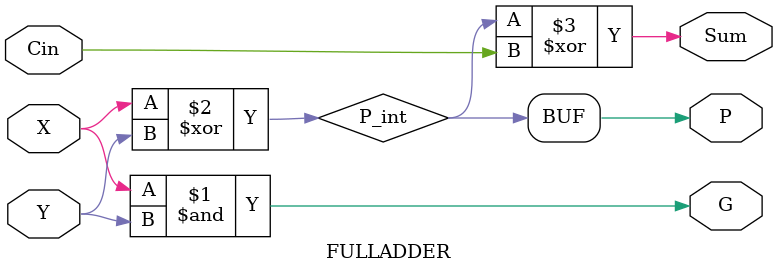
<source format=v>
`timescale 1ns / 1ps
`default_nettype none


module FULLADDER(
    input wire  X,
    input  wire  Y,
    input  wire Cin,
    output  wire G,
    output  wire P,
    output  wire Sum
    );
      
    wire P_int;
assign G = X & Y ;
assign P = P_int ;
assign P_int = X ^ Y ;
assign Sum = P_int ^ Cin ;
endmodule

</source>
